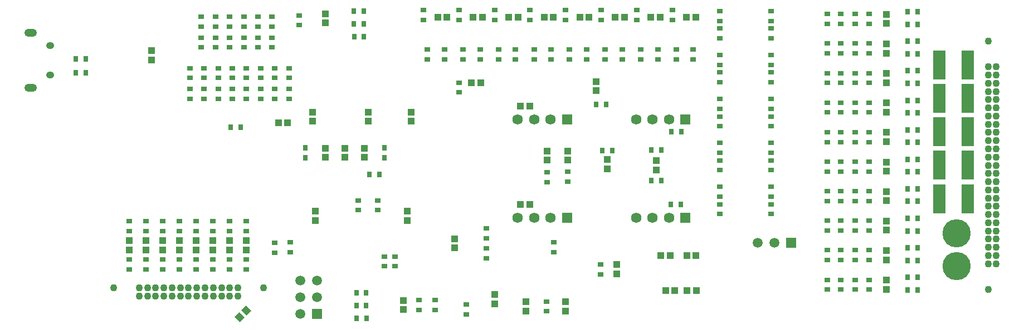
<source format=gbr>
%TF.GenerationSoftware,Altium Limited,Altium Designer,22.4.2 (48)*%
G04 Layer_Color=255*
%FSLAX45Y45*%
%MOMM*%
%TF.SameCoordinates,3A7B4B19-9BDF-4AC5-8A71-DEF6C9DA19E2*%
%TF.FilePolarity,Positive*%
%TF.FileFunction,Pads,Bot*%
%TF.Part,Single*%
G01*
G75*
%TA.AperFunction,SMDPad,CuDef*%
%ADD28R,1.05000X1.10000*%
%ADD49R,1.10000X1.05000*%
%ADD62R,0.90000X0.70000*%
%ADD69R,0.70000X0.90000*%
%TA.AperFunction,ComponentPad*%
%ADD85C,1.10000*%
%ADD86C,4.30000*%
%ADD87C,1.50000*%
%ADD88C,1.59000*%
%ADD89O,1.25000X1.05000*%
%ADD90O,1.90000X1.20000*%
%ADD91R,1.59000X1.59000*%
%ADD92R,1.50000X1.50000*%
%ADD93R,1.50000X1.50000*%
%TA.AperFunction,SMDPad,CuDef*%
%ADD101R,0.70000X0.85000*%
G04:AMPARAMS|DCode=102|XSize=1.1mm|YSize=1.05mm|CornerRadius=0mm|HoleSize=0mm|Usage=FLASHONLY|Rotation=315.000|XOffset=0mm|YOffset=0mm|HoleType=Round|Shape=Rectangle|*
%AMROTATEDRECTD102*
4,1,4,-0.76014,0.01768,-0.01768,0.76014,0.76014,-0.01768,0.01768,-0.76014,-0.76014,0.01768,0.0*
%
%ADD102ROTATEDRECTD102*%

%ADD103R,1.90000X4.44000*%
%TA.AperFunction,ConnectorPad*%
%ADD104R,0.70000X0.90000*%
D28*
X12260001Y2120000D02*
D03*
X12124999Y1590002D02*
D03*
X11870001Y2124999D02*
D03*
X11940001Y1590001D02*
D03*
X8850000Y4755000D02*
D03*
X9735000Y4400000D02*
D03*
X5915000Y4145000D02*
D03*
X9735000Y2905000D02*
D03*
X6055000Y4145000D02*
D03*
X11730002Y2124999D02*
D03*
X12120002Y2120000D02*
D03*
X11800002Y1590001D02*
D03*
X12264998Y1590002D02*
D03*
X8335000Y5755000D02*
D03*
X8475000D02*
D03*
X9595000Y4400000D02*
D03*
Y2905000D02*
D03*
X8990000Y4755000D02*
D03*
X9415000Y5755000D02*
D03*
X9554999D02*
D03*
X9955000D02*
D03*
X10094999D02*
D03*
X8875000D02*
D03*
X9014999D02*
D03*
X11035000D02*
D03*
X11174999D02*
D03*
X12114999D02*
D03*
X12254999D02*
D03*
X10495000D02*
D03*
X10634999D02*
D03*
X11574999D02*
D03*
X11714999D02*
D03*
D49*
X5430001Y2350000D02*
D03*
X5175001Y2350000D02*
D03*
X4920001D02*
D03*
X4665001D02*
D03*
X4410001D02*
D03*
X4155001D02*
D03*
X3900001D02*
D03*
X3645001D02*
D03*
X15157500Y5799994D02*
D03*
X15157500Y5349994D02*
D03*
Y4899994D02*
D03*
Y4449994D02*
D03*
Y3999994D02*
D03*
Y3550000D02*
D03*
Y3099995D02*
D03*
Y2649995D02*
D03*
Y2200000D02*
D03*
Y1749995D02*
D03*
X11660000Y3570000D02*
D03*
X10747500Y4637500D02*
D03*
X6625000Y5670000D02*
D03*
X10310000Y3580000D02*
D03*
X9995000D02*
D03*
X7930000Y4310000D02*
D03*
X7280000D02*
D03*
X3985000Y5105000D02*
D03*
X6430000Y4310000D02*
D03*
X10914999Y3445001D02*
D03*
X8595000Y2240000D02*
D03*
X7875000Y2660000D02*
D03*
X11055000Y1845000D02*
D03*
X10280000Y1420000D02*
D03*
X9677500D02*
D03*
X9200000Y1530000D02*
D03*
X7815000Y1440000D02*
D03*
X6475000Y2660000D02*
D03*
X5430001Y2210000D02*
D03*
X4155001D02*
D03*
X5175001D02*
D03*
X4665001D02*
D03*
X4920001D02*
D03*
X4410001D02*
D03*
X3900001D02*
D03*
X3645001D02*
D03*
X6625000Y5810000D02*
D03*
X9200000Y1390000D02*
D03*
X9677500Y1280000D02*
D03*
X10280000D02*
D03*
X15157500Y5659994D02*
D03*
X10310000Y3720000D02*
D03*
X9995000D02*
D03*
X8595000Y2380000D02*
D03*
X7815000Y1300000D02*
D03*
X10914999Y3585001D02*
D03*
X6925000Y3620000D02*
D03*
Y3760000D02*
D03*
X7225000Y3620000D02*
D03*
Y3760000D02*
D03*
X11055000Y1985000D02*
D03*
X11660000Y3430000D02*
D03*
X10747500Y4777500D02*
D03*
X3985000Y5245000D02*
D03*
X7280000Y4170000D02*
D03*
X6475000Y2800000D02*
D03*
X6430000Y4170000D02*
D03*
X7930000D02*
D03*
X7875000Y2800000D02*
D03*
X6625000Y3620000D02*
D03*
Y3760000D02*
D03*
X15157500Y2959995D02*
D03*
Y1609995D02*
D03*
Y3409995D02*
D03*
Y2509995D02*
D03*
Y4309994D02*
D03*
Y5209994D02*
D03*
Y3859995D02*
D03*
Y2059995D02*
D03*
Y4759994D02*
D03*
D62*
X6230000Y5785000D02*
D03*
Y5635000D02*
D03*
X5430001Y1915000D02*
D03*
X5175001D02*
D03*
X4920001D02*
D03*
X4665001D02*
D03*
X4410001D02*
D03*
X4155001D02*
D03*
X3900001D02*
D03*
X3645001D02*
D03*
X5430001Y2065000D02*
D03*
Y2495000D02*
D03*
X5175001Y2065000D02*
D03*
Y2495000D02*
D03*
X4920001Y2065000D02*
D03*
Y2495000D02*
D03*
X4665001Y2065000D02*
D03*
Y2495000D02*
D03*
X4410001Y2065000D02*
D03*
Y2495000D02*
D03*
X4155001Y2065000D02*
D03*
Y2495000D02*
D03*
X3900001D02*
D03*
Y2065000D02*
D03*
X3645001Y2495000D02*
D03*
Y2065000D02*
D03*
X14682500Y5804994D02*
D03*
X14682501Y5354995D02*
D03*
Y4904995D02*
D03*
Y4454995D02*
D03*
Y4004995D02*
D03*
Y3554990D02*
D03*
Y3104996D02*
D03*
Y2654996D02*
D03*
Y2204991D02*
D03*
Y1754996D02*
D03*
X5820000Y5295000D02*
D03*
X5605000D02*
D03*
X5175000D02*
D03*
X5390000D02*
D03*
X4745000D02*
D03*
X4960000D02*
D03*
X5860001Y4510000D02*
D03*
X5645001D02*
D03*
X6075001D02*
D03*
X5430001D02*
D03*
X5215000D02*
D03*
X4785000D02*
D03*
X5000000D02*
D03*
X4570000D02*
D03*
X10100000Y2175000D02*
D03*
X8055000Y1295000D02*
D03*
X6095000Y2325000D02*
D03*
X7690000Y1960000D02*
D03*
X5430001Y2645000D02*
D03*
X4920001D02*
D03*
X5175001D02*
D03*
X4155001D02*
D03*
X4410001D02*
D03*
X3900001D02*
D03*
X3645001D02*
D03*
X4665001D02*
D03*
X8663749Y4610000D02*
D03*
Y4760000D02*
D03*
X10100000Y2325000D02*
D03*
X8775000Y1375000D02*
D03*
Y1225000D02*
D03*
X9992500Y1425000D02*
D03*
Y1275000D02*
D03*
X14682500Y5654994D02*
D03*
X14889999Y5654994D02*
D03*
Y5804994D02*
D03*
X14255000Y5654994D02*
D03*
Y5804994D02*
D03*
X14460001Y5654995D02*
D03*
Y5804994D02*
D03*
X4745000Y5765000D02*
D03*
Y5615000D02*
D03*
Y5445000D02*
D03*
X5860001Y4830000D02*
D03*
X5645001D02*
D03*
X5430001D02*
D03*
X5215000D02*
D03*
X5000000D02*
D03*
X4785000D02*
D03*
X4570000D02*
D03*
X5860001Y4660000D02*
D03*
X5645001D02*
D03*
X5430001D02*
D03*
X5215000D02*
D03*
X5000000D02*
D03*
X4785000D02*
D03*
X4570000D02*
D03*
X5820000Y5615000D02*
D03*
Y5445000D02*
D03*
X5605000Y5615000D02*
D03*
Y5445000D02*
D03*
X5390000Y5615000D02*
D03*
Y5445000D02*
D03*
X5175000Y5615000D02*
D03*
Y5445000D02*
D03*
X4960000Y5615000D02*
D03*
Y5445000D02*
D03*
X5860001Y4980000D02*
D03*
X5000000D02*
D03*
X5430001D02*
D03*
X4785000D02*
D03*
X5605000Y5765000D02*
D03*
X5175000D02*
D03*
X5215000Y4980000D02*
D03*
X4570000D02*
D03*
X5820000Y5765000D02*
D03*
X5390000D02*
D03*
X5645001Y4980000D02*
D03*
X4960000Y5765000D02*
D03*
X6075001Y4980000D02*
D03*
Y4830000D02*
D03*
Y4660000D02*
D03*
X10310000Y3250000D02*
D03*
Y3400000D02*
D03*
X9995000Y3390000D02*
D03*
Y3240000D02*
D03*
X8120000Y5864999D02*
D03*
Y5715002D02*
D03*
X14460001Y5354996D02*
D03*
X14255000Y5354995D02*
D03*
X14460001Y4904996D02*
D03*
X14255000Y4904996D02*
D03*
X14460001Y4454991D02*
D03*
X14255000Y4454991D02*
D03*
X14460001Y4004996D02*
D03*
X14255000Y4004996D02*
D03*
X14460001Y3554996D02*
D03*
X14255000Y3554996D02*
D03*
X14460001Y2654996D02*
D03*
X14255000Y2654996D02*
D03*
X14460001Y2204997D02*
D03*
X14255000Y2204996D02*
D03*
X14460001Y1754992D02*
D03*
X14255000Y1754991D02*
D03*
X14460001Y3104991D02*
D03*
X14255000Y3104991D02*
D03*
X8300000Y1445000D02*
D03*
Y1295000D02*
D03*
X8055000Y1445000D02*
D03*
X7525000Y2110000D02*
D03*
Y1960000D02*
D03*
X7690000Y2110000D02*
D03*
X7425000Y2815000D02*
D03*
Y2965000D02*
D03*
X7125000Y2965000D02*
D03*
Y2815000D02*
D03*
X10810000Y1840000D02*
D03*
Y1990000D02*
D03*
X6095000Y2175000D02*
D03*
X5855000Y2170000D02*
D03*
Y2320000D02*
D03*
X9075000Y2235000D02*
D03*
Y2085000D02*
D03*
X9075000Y2385000D02*
D03*
Y2535000D02*
D03*
X9200000Y5864999D02*
D03*
Y5715002D02*
D03*
X9519999Y5114998D02*
D03*
Y5265001D02*
D03*
X9260000Y5114998D02*
D03*
Y5265001D02*
D03*
X9740000Y5864999D02*
D03*
Y5715002D02*
D03*
X10059999Y5114998D02*
D03*
Y5265001D02*
D03*
X9799999Y5114998D02*
D03*
Y5265001D02*
D03*
X8660000Y5864999D02*
D03*
Y5715002D02*
D03*
X8979999Y5114998D02*
D03*
Y5265001D02*
D03*
X8720000Y5114998D02*
D03*
Y5265001D02*
D03*
X8439999D02*
D03*
Y5114998D02*
D03*
X8180000Y5265001D02*
D03*
Y5114998D02*
D03*
X10819999Y5864999D02*
D03*
Y5715002D02*
D03*
X11139999Y5114998D02*
D03*
Y5265001D02*
D03*
X10879999Y5114998D02*
D03*
Y5265001D02*
D03*
X11899999Y5864999D02*
D03*
Y5715002D02*
D03*
X12219999Y5114998D02*
D03*
Y5265001D02*
D03*
X11959999Y5114998D02*
D03*
Y5265001D02*
D03*
X10280000Y5864999D02*
D03*
Y5715002D02*
D03*
X10599999Y5114998D02*
D03*
Y5265001D02*
D03*
X10339999Y5114998D02*
D03*
Y5265001D02*
D03*
X11359999Y5864999D02*
D03*
Y5715002D02*
D03*
X11679999Y5114998D02*
D03*
Y5265001D02*
D03*
X11419999Y5114998D02*
D03*
Y5265001D02*
D03*
X12625001Y2905000D02*
D03*
Y2755000D02*
D03*
Y3170000D02*
D03*
Y3020000D02*
D03*
X13405000Y2905000D02*
D03*
Y2755000D02*
D03*
Y3170000D02*
D03*
Y3020000D02*
D03*
X12625001Y3575000D02*
D03*
Y3425000D02*
D03*
Y3840000D02*
D03*
Y3690000D02*
D03*
X13405000Y3575000D02*
D03*
Y3425000D02*
D03*
Y3840000D02*
D03*
Y3690000D02*
D03*
X12625001Y4245000D02*
D03*
Y4095000D02*
D03*
Y4510000D02*
D03*
Y4360000D02*
D03*
X13405000Y4245000D02*
D03*
Y4095000D02*
D03*
Y4510000D02*
D03*
Y4360000D02*
D03*
X12625001Y4915000D02*
D03*
Y4765000D02*
D03*
Y5180000D02*
D03*
Y5030000D02*
D03*
X13405000Y4915000D02*
D03*
Y4765000D02*
D03*
Y5180000D02*
D03*
Y5030000D02*
D03*
X12625001Y5585000D02*
D03*
Y5435000D02*
D03*
Y5850000D02*
D03*
Y5700000D02*
D03*
X13405000Y5850000D02*
D03*
Y5700000D02*
D03*
Y5585000D02*
D03*
Y5435000D02*
D03*
X14682501Y1604999D02*
D03*
X14890001Y1604994D02*
D03*
Y1754991D02*
D03*
X14255000Y1604994D02*
D03*
X14460001Y1604995D02*
D03*
X14682501Y3404993D02*
D03*
X14890001Y3554996D02*
D03*
Y3404999D02*
D03*
X14255000D02*
D03*
X14460001Y3404999D02*
D03*
X14682501Y2504993D02*
D03*
X14890001Y2654996D02*
D03*
Y2504994D02*
D03*
X14255000D02*
D03*
X14460001Y2504994D02*
D03*
X14682501Y4304998D02*
D03*
X14890001Y4454991D02*
D03*
Y4304993D02*
D03*
X14255000D02*
D03*
X14460001Y4304994D02*
D03*
X14682501Y5204993D02*
D03*
X14890001Y5354995D02*
D03*
Y5204993D02*
D03*
X14255000D02*
D03*
X14460001Y5204993D02*
D03*
X14682501Y2954998D02*
D03*
X14890001Y3104991D02*
D03*
Y2954994D02*
D03*
X14255000D02*
D03*
X14460001Y2954994D02*
D03*
X14682501Y3854993D02*
D03*
X14890001Y4004996D02*
D03*
Y3854994D02*
D03*
X14255000D02*
D03*
X14460001Y3854994D02*
D03*
X14682501Y2054994D02*
D03*
X14890001Y2204996D02*
D03*
Y2054999D02*
D03*
X14255000D02*
D03*
X14460001Y2054999D02*
D03*
X14682501Y4754993D02*
D03*
X14890001Y4904996D02*
D03*
Y4754993D02*
D03*
X14255000D02*
D03*
X14460001Y4754994D02*
D03*
D69*
X5340000Y4080000D02*
D03*
X15630000Y5839994D02*
D03*
X15629999Y5649997D02*
D03*
X15630000Y5389996D02*
D03*
Y4939996D02*
D03*
X15630000Y5199998D02*
D03*
Y4749999D02*
D03*
X15630000Y4489996D02*
D03*
X15630000Y4299999D02*
D03*
X15630000Y4039996D02*
D03*
X15630000Y3849999D02*
D03*
X15629996Y3589996D02*
D03*
X15629996Y3399999D02*
D03*
X15630000Y3139996D02*
D03*
X15630000Y2949999D02*
D03*
X15630000Y2689996D02*
D03*
X15630000Y2499999D02*
D03*
X15629996Y2239997D02*
D03*
X15629996Y2049999D02*
D03*
X15630000Y1789997D02*
D03*
X15630000Y1600000D02*
D03*
X5190000Y4080000D02*
D03*
X7105000Y1169999D02*
D03*
X7255000D02*
D03*
X7100000Y1365000D02*
D03*
X7250000D02*
D03*
X7250000Y1559999D02*
D03*
X7100000D02*
D03*
X15480000Y5839994D02*
D03*
X15480000Y5649997D02*
D03*
X11880000Y2905000D02*
D03*
X12030000D02*
D03*
X11885000Y4015000D02*
D03*
X12035000D02*
D03*
X10747500Y4427500D02*
D03*
X10897500D02*
D03*
X10835000Y3725000D02*
D03*
X10985000D02*
D03*
X11735000Y3729997D02*
D03*
X11585000D02*
D03*
X11585000Y3269998D02*
D03*
X11735000Y3269998D02*
D03*
X2990000Y5125000D02*
D03*
X2840000D02*
D03*
X2990000Y4910000D02*
D03*
X2840000Y4910000D02*
D03*
X7300000Y3360000D02*
D03*
X7450000D02*
D03*
X7215000Y5461361D02*
D03*
X7065000Y5461361D02*
D03*
X7210000Y5656361D02*
D03*
X7060000Y5656361D02*
D03*
X15480003Y1789997D02*
D03*
X15480003Y1600000D02*
D03*
X15479999Y3589996D02*
D03*
X15479997Y3399999D02*
D03*
X15479999Y2689996D02*
D03*
X15479997Y2499999D02*
D03*
X15480003Y4489996D02*
D03*
X15480003Y4299999D02*
D03*
X15479999Y5389996D02*
D03*
X15479997Y5199998D02*
D03*
X15480003Y3139996D02*
D03*
X15480003Y2949999D02*
D03*
X15479999Y4039996D02*
D03*
X15479997Y3849999D02*
D03*
X15479999Y2239997D02*
D03*
X15479997Y2049999D02*
D03*
X15479999Y4939996D02*
D03*
X15479997Y4749999D02*
D03*
D85*
X5299999Y1630000D02*
D03*
X5050002D02*
D03*
X4924998D02*
D03*
X4675001D02*
D03*
X4550003D02*
D03*
X4300000D02*
D03*
X4175002D02*
D03*
X3925000D02*
D03*
X3800002D02*
D03*
X3800001Y1505001D02*
D03*
X16700000Y2250000D02*
D03*
X16825000D02*
D03*
X5175000Y1630000D02*
D03*
X5175000Y1505001D02*
D03*
X4800000Y1630000D02*
D03*
X4424999D02*
D03*
X4424999Y1505001D02*
D03*
X4800000D02*
D03*
X4049999Y1630000D02*
D03*
Y1505001D02*
D03*
X5299998D02*
D03*
X5050002D02*
D03*
X4924998D02*
D03*
X4675001D02*
D03*
X4550003D02*
D03*
X4300001D02*
D03*
X4175002D02*
D03*
X3925000D02*
D03*
X5690001Y1630000D02*
D03*
X3410000Y1630000D02*
D03*
X16700000Y4875000D02*
D03*
X16825000D02*
D03*
X16700000Y4625000D02*
D03*
X16825000D02*
D03*
X16700000Y4375000D02*
D03*
X16825000D02*
D03*
X16700000Y4125000D02*
D03*
X16825000D02*
D03*
X16700000Y3875000D02*
D03*
X16825000D02*
D03*
X16700000Y3625000D02*
D03*
X16825000D02*
D03*
X16700000Y3375000D02*
D03*
X16825000D02*
D03*
X16700000Y3125000D02*
D03*
X16825000D02*
D03*
X16700000Y2875000D02*
D03*
X16825000D02*
D03*
X16700000Y2625000D02*
D03*
X16825000D02*
D03*
X16700000Y2500000D02*
D03*
X16825000Y2375000D02*
D03*
Y2500000D02*
D03*
X16700000Y2125000D02*
D03*
X16825000D02*
D03*
X16700000Y2375000D02*
D03*
Y2000000D02*
D03*
X16825000D02*
D03*
X16700000Y1610000D02*
D03*
Y5390000D02*
D03*
X16825000Y2750000D02*
D03*
Y3000000D02*
D03*
Y3250000D02*
D03*
Y3500000D02*
D03*
Y3750000D02*
D03*
Y4000000D02*
D03*
Y4250000D02*
D03*
Y4500000D02*
D03*
Y4750000D02*
D03*
Y5000000D02*
D03*
X16700000Y2750000D02*
D03*
Y3000000D02*
D03*
Y3250000D02*
D03*
Y3500000D02*
D03*
Y3750000D02*
D03*
Y4000000D02*
D03*
Y4250000D02*
D03*
Y4500000D02*
D03*
Y4750000D02*
D03*
Y5000000D02*
D03*
D86*
X16220000Y2460000D02*
D03*
X16220000Y1959996D02*
D03*
D87*
X13450000Y2315000D02*
D03*
X6499999Y1744000D02*
D03*
X6245999D02*
D03*
Y1490000D02*
D03*
X6499999D02*
D03*
X6245998Y1236000D02*
D03*
X13196001Y2315000D02*
D03*
D88*
X9800000Y4199999D02*
D03*
Y2699999D02*
D03*
X10050002Y4199999D02*
D03*
X9549998D02*
D03*
X11349998Y4200002D02*
D03*
X11600000D02*
D03*
X11850002D02*
D03*
X11849999Y2700001D02*
D03*
X11599997D02*
D03*
X11350000D02*
D03*
X9549998Y2699999D02*
D03*
X10050002D02*
D03*
D89*
X2450000Y5322500D02*
D03*
Y4877497D02*
D03*
D90*
X2150001Y5517501D02*
D03*
X2150001Y4682502D02*
D03*
D91*
X10299999Y4199999D02*
D03*
X12099999Y4200001D02*
D03*
X12100001Y2700001D02*
D03*
X10299999Y2699999D02*
D03*
D92*
X6499999Y1236000D02*
D03*
D93*
X13703999Y2315000D02*
D03*
D101*
X6325000Y3767500D02*
D03*
Y3612500D02*
D03*
X7525000Y3767500D02*
D03*
Y3612500D02*
D03*
D102*
X5325502Y1185503D02*
D03*
X5424497Y1284498D02*
D03*
D103*
X16387500Y5031800D02*
D03*
X15962500Y5031800D02*
D03*
X16387500Y4521800D02*
D03*
X15962500D02*
D03*
X16387500Y4011799D02*
D03*
X15962500D02*
D03*
X16387500Y3501800D02*
D03*
X15962500D02*
D03*
X16387500Y2991799D02*
D03*
X15962500D02*
D03*
D104*
X7060000Y5851361D02*
D03*
X7210000Y5851361D02*
D03*
%TF.MD5,df5f37d5e0cd2587ebcbecd4a69fa74c*%
M02*

</source>
